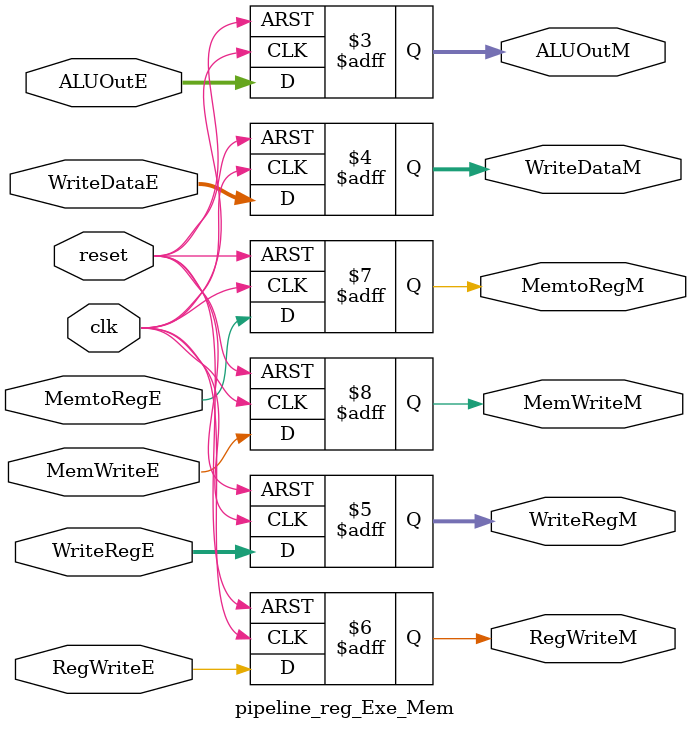
<source format=v>

/*
// Module: pipeline_reg_Exe_Mem.v
// Description: Pipeline register between Execute and Memory stage verilog code //
// Owner : Mohamed Ayman
// Date :  July 2022
*/

module pipeline_reg_Exe_Mem 
#(parameter data_size = 32)
(

    output  reg    [data_size-1:0]  ALUOutM,WriteDataM,
    output  reg    [4:0]            WriteRegM,
    output  reg                     RegWriteM,MemtoRegM,MemWriteM,
    input   wire                    clk,reset,
    input   wire   [data_size-1:0]  ALUOutE,WriteDataE,
    input   wire   [4:0]            WriteRegE,
    input   wire                    RegWriteE,MemtoRegE,MemWriteE
);

always @ ( posedge clk or negedge reset)
    begin
        if ( ! reset )
            begin
                ALUOutM <= 32'd0;
                WriteDataM <= 32'd0;
                WriteRegM <= 5'd0;
                RegWriteM <= 1'b0;
                MemtoRegM <= 1'b0;
                MemWriteM <= 1'b0;       
            end
        else
            begin
                ALUOutM <= ALUOutE;
                WriteDataM <= WriteDataE;
                WriteRegM <= WriteRegE;
                RegWriteM <= RegWriteE;
                MemtoRegM <= MemtoRegE;
                MemWriteM <= MemWriteE;
            end
    end
endmodule
</source>
